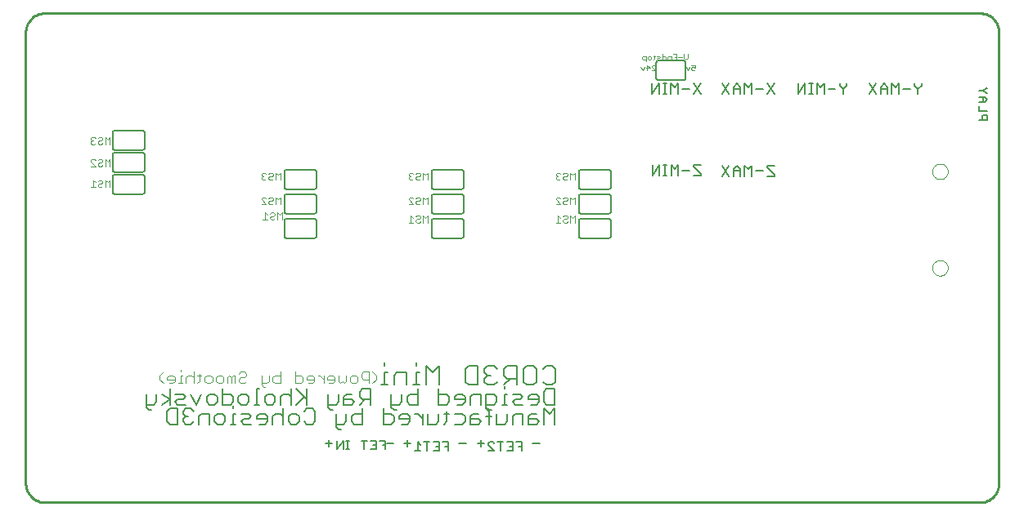
<source format=gbo>
G75*
G70*
%OFA0B0*%
%FSLAX24Y24*%
%IPPOS*%
%LPD*%
%AMOC8*
5,1,8,0,0,1.08239X$1,22.5*
%
%ADD10C,0.0100*%
%ADD11C,0.0070*%
%ADD12C,0.0020*%
%ADD13C,0.0050*%
%ADD14C,0.0040*%
%ADD15C,0.0060*%
%ADD16C,0.0000*%
D10*
X002785Y001429D02*
X002785Y019835D01*
X002787Y019889D01*
X002792Y019942D01*
X002801Y019995D01*
X002814Y020047D01*
X002830Y020099D01*
X002850Y020149D01*
X002873Y020197D01*
X002900Y020244D01*
X002929Y020289D01*
X002962Y020332D01*
X002997Y020372D01*
X003035Y020410D01*
X003075Y020445D01*
X003118Y020478D01*
X003163Y020507D01*
X003210Y020534D01*
X003258Y020557D01*
X003308Y020577D01*
X003360Y020593D01*
X003412Y020606D01*
X003465Y020615D01*
X003518Y020620D01*
X003572Y020622D01*
X041663Y020622D01*
X041717Y020620D01*
X041770Y020615D01*
X041823Y020606D01*
X041875Y020593D01*
X041927Y020577D01*
X041977Y020557D01*
X042025Y020534D01*
X042072Y020507D01*
X042117Y020478D01*
X042160Y020445D01*
X042200Y020410D01*
X042238Y020372D01*
X042273Y020332D01*
X042306Y020289D01*
X042335Y020244D01*
X042362Y020197D01*
X042385Y020149D01*
X042405Y020099D01*
X042421Y020047D01*
X042434Y019995D01*
X042443Y019942D01*
X042448Y019889D01*
X042450Y019835D01*
X042450Y001429D01*
X042448Y001375D01*
X042443Y001322D01*
X042434Y001269D01*
X042421Y001217D01*
X042405Y001165D01*
X042385Y001115D01*
X042362Y001067D01*
X042335Y001020D01*
X042306Y000975D01*
X042273Y000932D01*
X042238Y000892D01*
X042200Y000854D01*
X042160Y000819D01*
X042117Y000786D01*
X042072Y000757D01*
X042025Y000730D01*
X041977Y000707D01*
X041927Y000687D01*
X041875Y000671D01*
X041823Y000658D01*
X041770Y000649D01*
X041717Y000644D01*
X041663Y000642D01*
X003572Y000642D01*
X003518Y000644D01*
X003465Y000649D01*
X003412Y000658D01*
X003360Y000671D01*
X003308Y000687D01*
X003258Y000707D01*
X003210Y000730D01*
X003163Y000757D01*
X003118Y000786D01*
X003075Y000819D01*
X003035Y000854D01*
X002997Y000892D01*
X002962Y000932D01*
X002929Y000975D01*
X002900Y001020D01*
X002873Y001067D01*
X002850Y001115D01*
X002830Y001165D01*
X002814Y001217D01*
X002801Y001269D01*
X002792Y001322D01*
X002787Y001375D01*
X002785Y001429D01*
D11*
X014996Y003062D02*
X015283Y003062D01*
X015139Y002919D02*
X015139Y003206D01*
X017496Y003062D02*
X017783Y003062D01*
X018196Y003062D02*
X018483Y003062D01*
X018339Y002919D02*
X018339Y003206D01*
X020446Y003062D02*
X020733Y003062D01*
X021196Y003062D02*
X021483Y003062D01*
X021339Y002919D02*
X021339Y003206D01*
X023446Y003062D02*
X023733Y003062D01*
X023993Y005441D02*
X023862Y005573D01*
X023993Y005441D02*
X024257Y005441D01*
X024389Y005573D01*
X024389Y006100D01*
X024257Y006232D01*
X023993Y006232D01*
X023862Y006100D01*
X023597Y006100D02*
X023597Y005573D01*
X023465Y005441D01*
X023202Y005441D01*
X023070Y005573D01*
X023070Y006100D01*
X023202Y006232D01*
X023465Y006232D01*
X023597Y006100D01*
X022805Y006232D02*
X022410Y006232D01*
X022278Y006100D01*
X022278Y005836D01*
X022410Y005705D01*
X022805Y005705D01*
X022541Y005705D02*
X022278Y005441D01*
X022013Y005573D02*
X021881Y005441D01*
X021618Y005441D01*
X021486Y005573D01*
X021486Y005705D01*
X021618Y005836D01*
X021750Y005836D01*
X021618Y005836D02*
X021486Y005968D01*
X021486Y006100D01*
X021618Y006232D01*
X021881Y006232D01*
X022013Y006100D01*
X021221Y006232D02*
X020826Y006232D01*
X020694Y006100D01*
X020694Y005573D01*
X020826Y005441D01*
X021221Y005441D01*
X021221Y006232D01*
X019637Y006232D02*
X019374Y005968D01*
X019110Y006232D01*
X019110Y005441D01*
X018846Y005441D02*
X018582Y005441D01*
X018714Y005441D02*
X018714Y005968D01*
X018846Y005968D01*
X018714Y006232D02*
X018714Y006364D01*
X018318Y005968D02*
X017922Y005968D01*
X017791Y005836D01*
X017791Y005441D01*
X017526Y005441D02*
X017262Y005441D01*
X017394Y005441D02*
X017394Y005968D01*
X017526Y005968D01*
X017394Y006232D02*
X017394Y006364D01*
X018318Y005968D02*
X018318Y005441D01*
X019637Y005441D02*
X019637Y006232D01*
X022805Y006232D02*
X022805Y005441D01*
X028329Y013982D02*
X028329Y014412D01*
X028616Y014412D02*
X028329Y013982D01*
X028616Y013982D02*
X028616Y014412D01*
X028779Y014412D02*
X028923Y014412D01*
X028851Y014412D02*
X028851Y013982D01*
X028923Y013982D02*
X028779Y013982D01*
X029096Y013982D02*
X029096Y014412D01*
X029240Y014269D01*
X029383Y014412D01*
X029383Y013982D01*
X029557Y014197D02*
X029844Y014197D01*
X030017Y014340D02*
X030304Y014054D01*
X030304Y013982D01*
X030017Y013982D01*
X030017Y014340D02*
X030017Y014412D01*
X030304Y014412D01*
X031167Y014393D02*
X031453Y013963D01*
X031627Y013963D02*
X031627Y014250D01*
X031770Y014393D01*
X031914Y014250D01*
X031914Y013963D01*
X032087Y013963D02*
X032087Y014393D01*
X032231Y014250D01*
X032374Y014393D01*
X032374Y013963D01*
X032548Y014178D02*
X032835Y014178D01*
X033008Y014322D02*
X033295Y014035D01*
X033295Y013963D01*
X033008Y013963D01*
X033008Y014322D02*
X033008Y014393D01*
X033295Y014393D01*
X031914Y014178D02*
X031627Y014178D01*
X031453Y014393D02*
X031167Y013963D01*
X031167Y017313D02*
X031453Y017743D01*
X031627Y017600D02*
X031627Y017313D01*
X031453Y017313D02*
X031167Y017743D01*
X031627Y017600D02*
X031770Y017743D01*
X031914Y017600D01*
X031914Y017313D01*
X032087Y017313D02*
X032087Y017743D01*
X032231Y017600D01*
X032374Y017743D01*
X032374Y017313D01*
X032548Y017528D02*
X032835Y017528D01*
X033008Y017313D02*
X033295Y017743D01*
X033008Y017743D02*
X033295Y017313D01*
X034270Y017313D02*
X034270Y017743D01*
X034557Y017743D02*
X034270Y017313D01*
X034557Y017313D02*
X034557Y017743D01*
X034720Y017743D02*
X034864Y017743D01*
X034792Y017743D02*
X034792Y017313D01*
X034864Y017313D02*
X034720Y017313D01*
X035037Y017313D02*
X035037Y017743D01*
X035181Y017600D01*
X035324Y017743D01*
X035324Y017313D01*
X035498Y017528D02*
X035785Y017528D01*
X035958Y017672D02*
X036102Y017528D01*
X036102Y017313D01*
X036102Y017528D02*
X036245Y017672D01*
X036245Y017743D01*
X035958Y017743D02*
X035958Y017672D01*
X037167Y017743D02*
X037453Y017313D01*
X037627Y017313D02*
X037627Y017600D01*
X037770Y017743D01*
X037914Y017600D01*
X037914Y017313D01*
X038087Y017313D02*
X038087Y017743D01*
X038231Y017600D01*
X038374Y017743D01*
X038374Y017313D01*
X038548Y017528D02*
X038835Y017528D01*
X039008Y017672D02*
X039008Y017743D01*
X039008Y017672D02*
X039152Y017528D01*
X039152Y017313D01*
X039152Y017528D02*
X039295Y017672D01*
X039295Y017743D01*
X037914Y017528D02*
X037627Y017528D01*
X037453Y017743D02*
X037167Y017313D01*
X041656Y017202D02*
X041877Y017202D01*
X041987Y017092D01*
X041877Y016982D01*
X041656Y016982D01*
X041656Y016834D02*
X041656Y016613D01*
X041987Y016613D01*
X041932Y016465D02*
X041821Y016465D01*
X041766Y016410D01*
X041766Y016245D01*
X041656Y016245D02*
X041987Y016245D01*
X041987Y016410D01*
X041932Y016465D01*
X041821Y016982D02*
X041821Y017202D01*
X041932Y017350D02*
X041821Y017460D01*
X041656Y017460D01*
X041821Y017460D02*
X041932Y017570D01*
X041987Y017570D01*
X041987Y017350D02*
X041932Y017350D01*
X031914Y017528D02*
X031627Y017528D01*
X030295Y017313D02*
X030008Y017743D01*
X029835Y017528D02*
X029548Y017528D01*
X029374Y017313D02*
X029374Y017743D01*
X029231Y017600D01*
X029087Y017743D01*
X029087Y017313D01*
X028914Y017313D02*
X028770Y017313D01*
X028842Y017313D02*
X028842Y017743D01*
X028914Y017743D02*
X028770Y017743D01*
X028607Y017743D02*
X028320Y017313D01*
X028320Y017743D01*
X028607Y017743D02*
X028607Y017313D01*
X030008Y017313D02*
X030295Y017743D01*
D12*
X030033Y018285D02*
X030070Y018321D01*
X030033Y018285D02*
X029960Y018285D01*
X029923Y018321D01*
X029923Y018395D01*
X029960Y018432D01*
X029997Y018432D01*
X030070Y018395D01*
X030070Y018505D01*
X029923Y018505D01*
X029849Y018432D02*
X029776Y018285D01*
X029702Y018432D01*
X029684Y018722D02*
X029611Y018796D01*
X029611Y018942D01*
X029537Y018832D02*
X029390Y018832D01*
X029316Y018832D02*
X029242Y018832D01*
X029316Y018722D02*
X029169Y018722D01*
X029095Y018722D02*
X029095Y018869D01*
X028984Y018869D01*
X028948Y018832D01*
X028948Y018722D01*
X028874Y018759D02*
X028874Y018832D01*
X028837Y018869D01*
X028727Y018869D01*
X028727Y018942D02*
X028727Y018722D01*
X028837Y018722D01*
X028874Y018759D01*
X028653Y018722D02*
X028542Y018722D01*
X028506Y018759D01*
X028542Y018796D01*
X028616Y018796D01*
X028653Y018832D01*
X028616Y018869D01*
X028506Y018869D01*
X028432Y018869D02*
X028358Y018869D01*
X028395Y018906D02*
X028395Y018759D01*
X028358Y018722D01*
X028284Y018759D02*
X028248Y018722D01*
X028174Y018722D01*
X028137Y018759D01*
X028137Y018832D01*
X028174Y018869D01*
X028248Y018869D01*
X028284Y018832D01*
X028284Y018759D01*
X028063Y018722D02*
X027953Y018722D01*
X027916Y018759D01*
X027916Y018832D01*
X027953Y018869D01*
X028063Y018869D01*
X028063Y018649D01*
X028114Y018505D02*
X028224Y018395D01*
X028077Y018395D01*
X028003Y018432D02*
X027930Y018285D01*
X027856Y018432D01*
X028114Y018505D02*
X028114Y018285D01*
X028298Y018285D02*
X028445Y018285D01*
X028298Y018432D01*
X028298Y018468D01*
X028335Y018505D01*
X028408Y018505D01*
X028445Y018468D01*
X029316Y018722D02*
X029316Y018942D01*
X029169Y018942D01*
X029684Y018722D02*
X029758Y018796D01*
X029758Y018942D01*
D13*
X017443Y003163D02*
X017209Y003163D01*
X017074Y003163D02*
X017074Y002812D01*
X016841Y002812D01*
X016957Y002987D02*
X017074Y002987D01*
X017074Y003163D02*
X016841Y003163D01*
X016706Y003163D02*
X016472Y003163D01*
X016589Y003163D02*
X016589Y002812D01*
X015969Y002812D02*
X015852Y002812D01*
X015911Y002812D02*
X015911Y003163D01*
X015969Y003163D02*
X015852Y003163D01*
X015724Y003163D02*
X015490Y002812D01*
X015490Y003163D01*
X015724Y003163D02*
X015724Y002812D01*
X017326Y002987D02*
X017443Y002987D01*
X017443Y002812D02*
X017443Y003163D01*
X018654Y002762D02*
X018888Y002762D01*
X018771Y002762D02*
X018771Y003113D01*
X018888Y002996D01*
X019022Y003113D02*
X019256Y003113D01*
X019139Y003113D02*
X019139Y002762D01*
X019391Y002762D02*
X019624Y002762D01*
X019624Y003113D01*
X019391Y003113D01*
X019507Y002937D02*
X019624Y002937D01*
X019759Y003113D02*
X019993Y003113D01*
X019993Y002762D01*
X019993Y002937D02*
X019876Y002937D01*
X021654Y002996D02*
X021654Y003054D01*
X021712Y003113D01*
X021829Y003113D01*
X021888Y003054D01*
X022022Y003113D02*
X022256Y003113D01*
X022139Y003113D02*
X022139Y002762D01*
X021888Y002762D02*
X021654Y002996D01*
X021654Y002762D02*
X021888Y002762D01*
X022391Y002762D02*
X022624Y002762D01*
X022624Y003113D01*
X022391Y003113D01*
X022507Y002937D02*
X022624Y002937D01*
X022759Y003113D02*
X022993Y003113D01*
X022993Y002762D01*
X022993Y002937D02*
X022876Y002937D01*
D14*
X017073Y005673D02*
X017073Y005827D01*
X016919Y005980D01*
X016766Y005980D02*
X016535Y005980D01*
X016459Y005903D01*
X016459Y005750D01*
X016535Y005673D01*
X016766Y005673D01*
X016766Y005520D02*
X016766Y005980D01*
X016305Y005750D02*
X016305Y005597D01*
X016228Y005520D01*
X016075Y005520D01*
X015998Y005597D01*
X015998Y005750D01*
X016075Y005827D01*
X016228Y005827D01*
X016305Y005750D01*
X015845Y005827D02*
X015845Y005597D01*
X015768Y005520D01*
X015691Y005597D01*
X015615Y005520D01*
X015538Y005597D01*
X015538Y005827D01*
X015384Y005750D02*
X015308Y005827D01*
X015154Y005827D01*
X015077Y005750D01*
X015077Y005673D01*
X015384Y005673D01*
X015384Y005597D02*
X015384Y005750D01*
X015384Y005597D02*
X015308Y005520D01*
X015154Y005520D01*
X014924Y005520D02*
X014924Y005827D01*
X014771Y005827D02*
X014924Y005673D01*
X014771Y005827D02*
X014694Y005827D01*
X014540Y005750D02*
X014464Y005827D01*
X014310Y005827D01*
X014233Y005750D01*
X014233Y005673D01*
X014540Y005673D01*
X014540Y005597D02*
X014540Y005750D01*
X014540Y005597D02*
X014464Y005520D01*
X014310Y005520D01*
X014080Y005597D02*
X014080Y005750D01*
X014003Y005827D01*
X013773Y005827D01*
X013773Y005980D02*
X013773Y005520D01*
X014003Y005520D01*
X014080Y005597D01*
X013159Y005520D02*
X013159Y005980D01*
X013159Y005827D02*
X012929Y005827D01*
X012852Y005750D01*
X012852Y005597D01*
X012929Y005520D01*
X013159Y005520D01*
X012699Y005597D02*
X012699Y005827D01*
X012699Y005597D02*
X012622Y005520D01*
X012392Y005520D01*
X012392Y005443D02*
X012469Y005366D01*
X012545Y005366D01*
X012392Y005443D02*
X012392Y005827D01*
X011778Y005827D02*
X011778Y005903D01*
X011701Y005980D01*
X011548Y005980D01*
X011471Y005903D01*
X011548Y005750D02*
X011471Y005673D01*
X011471Y005597D01*
X011548Y005520D01*
X011701Y005520D01*
X011778Y005597D01*
X011701Y005750D02*
X011548Y005750D01*
X011701Y005750D02*
X011778Y005827D01*
X011318Y005827D02*
X011318Y005520D01*
X011164Y005520D02*
X011164Y005750D01*
X011087Y005827D01*
X011011Y005750D01*
X011011Y005520D01*
X010857Y005597D02*
X010780Y005520D01*
X010627Y005520D01*
X010550Y005597D01*
X010550Y005750D01*
X010627Y005827D01*
X010780Y005827D01*
X010857Y005750D01*
X010857Y005597D01*
X011164Y005750D02*
X011241Y005827D01*
X011318Y005827D01*
X010397Y005750D02*
X010397Y005597D01*
X010320Y005520D01*
X010167Y005520D01*
X010090Y005597D01*
X010090Y005750D01*
X010167Y005827D01*
X010320Y005827D01*
X010397Y005750D01*
X009936Y005827D02*
X009783Y005827D01*
X009860Y005903D02*
X009860Y005597D01*
X009783Y005520D01*
X009629Y005520D02*
X009629Y005980D01*
X009553Y005827D02*
X009399Y005827D01*
X009323Y005750D01*
X009323Y005520D01*
X009169Y005520D02*
X009016Y005520D01*
X009092Y005520D02*
X009092Y005827D01*
X009169Y005827D01*
X009092Y005980D02*
X009092Y006057D01*
X008785Y005827D02*
X008632Y005827D01*
X008555Y005750D01*
X008555Y005673D01*
X008862Y005673D01*
X008862Y005597D02*
X008862Y005750D01*
X008785Y005827D01*
X008862Y005597D02*
X008785Y005520D01*
X008632Y005520D01*
X008402Y005520D02*
X008248Y005673D01*
X008248Y005827D01*
X008402Y005980D01*
X009553Y005827D02*
X009629Y005750D01*
X016919Y005520D02*
X017073Y005673D01*
X018392Y012073D02*
X018578Y012073D01*
X018485Y012073D02*
X018485Y012353D01*
X018578Y012260D01*
X018686Y012307D02*
X018733Y012353D01*
X018826Y012353D01*
X018873Y012307D01*
X018873Y012260D01*
X018826Y012213D01*
X018733Y012213D01*
X018686Y012166D01*
X018686Y012120D01*
X018733Y012073D01*
X018826Y012073D01*
X018873Y012120D01*
X018981Y012073D02*
X018981Y012353D01*
X019074Y012260D01*
X019168Y012353D01*
X019168Y012073D01*
X019168Y012823D02*
X019168Y013103D01*
X019074Y013010D01*
X018981Y013103D01*
X018981Y012823D01*
X018873Y012870D02*
X018826Y012823D01*
X018733Y012823D01*
X018686Y012870D01*
X018686Y012916D01*
X018733Y012963D01*
X018826Y012963D01*
X018873Y013010D01*
X018873Y013057D01*
X018826Y013103D01*
X018733Y013103D01*
X018686Y013057D01*
X018578Y013057D02*
X018532Y013103D01*
X018438Y013103D01*
X018392Y013057D01*
X018392Y013010D01*
X018578Y012823D01*
X018392Y012823D01*
X018438Y013823D02*
X018532Y013823D01*
X018578Y013870D01*
X018686Y013870D02*
X018733Y013823D01*
X018826Y013823D01*
X018873Y013870D01*
X018826Y013963D02*
X018733Y013963D01*
X018686Y013916D01*
X018686Y013870D01*
X018826Y013963D02*
X018873Y014010D01*
X018873Y014057D01*
X018826Y014103D01*
X018733Y014103D01*
X018686Y014057D01*
X018578Y014057D02*
X018532Y014103D01*
X018438Y014103D01*
X018392Y014057D01*
X018392Y014010D01*
X018438Y013963D01*
X018392Y013916D01*
X018392Y013870D01*
X018438Y013823D01*
X018438Y013963D02*
X018485Y013963D01*
X018981Y014103D02*
X018981Y013823D01*
X019168Y013823D02*
X019168Y014103D01*
X019074Y014010D01*
X018981Y014103D01*
X024392Y014057D02*
X024392Y014010D01*
X024438Y013963D01*
X024392Y013916D01*
X024392Y013870D01*
X024438Y013823D01*
X024532Y013823D01*
X024578Y013870D01*
X024686Y013870D02*
X024686Y013916D01*
X024733Y013963D01*
X024826Y013963D01*
X024873Y014010D01*
X024873Y014057D01*
X024826Y014103D01*
X024733Y014103D01*
X024686Y014057D01*
X024578Y014057D02*
X024532Y014103D01*
X024438Y014103D01*
X024392Y014057D01*
X024438Y013963D02*
X024485Y013963D01*
X024686Y013870D02*
X024733Y013823D01*
X024826Y013823D01*
X024873Y013870D01*
X024981Y013823D02*
X024981Y014103D01*
X025074Y014010D01*
X025168Y014103D01*
X025168Y013823D01*
X025168Y013103D02*
X025074Y013010D01*
X024981Y013103D01*
X024981Y012823D01*
X024873Y012870D02*
X024826Y012823D01*
X024733Y012823D01*
X024686Y012870D01*
X024686Y012916D01*
X024733Y012963D01*
X024826Y012963D01*
X024873Y013010D01*
X024873Y013057D01*
X024826Y013103D01*
X024733Y013103D01*
X024686Y013057D01*
X024578Y013057D02*
X024532Y013103D01*
X024438Y013103D01*
X024392Y013057D01*
X024392Y013010D01*
X024578Y012823D01*
X024392Y012823D01*
X024485Y012353D02*
X024485Y012073D01*
X024578Y012073D02*
X024392Y012073D01*
X024578Y012260D02*
X024485Y012353D01*
X024686Y012307D02*
X024733Y012353D01*
X024826Y012353D01*
X024873Y012307D01*
X024873Y012260D01*
X024826Y012213D01*
X024733Y012213D01*
X024686Y012166D01*
X024686Y012120D01*
X024733Y012073D01*
X024826Y012073D01*
X024873Y012120D01*
X024981Y012073D02*
X024981Y012353D01*
X025074Y012260D01*
X025168Y012353D01*
X025168Y012073D01*
X025168Y012823D02*
X025168Y013103D01*
X013230Y012478D02*
X013137Y012385D01*
X013043Y012478D01*
X013043Y012198D01*
X012936Y012245D02*
X012889Y012198D01*
X012795Y012198D01*
X012749Y012245D01*
X012749Y012291D01*
X012795Y012338D01*
X012889Y012338D01*
X012936Y012385D01*
X012936Y012432D01*
X012889Y012478D01*
X012795Y012478D01*
X012749Y012432D01*
X012641Y012385D02*
X012547Y012478D01*
X012547Y012198D01*
X012454Y012198D02*
X012641Y012198D01*
X013230Y012198D02*
X013230Y012478D01*
X013168Y012823D02*
X013168Y013103D01*
X013074Y013010D01*
X012981Y013103D01*
X012981Y012823D01*
X012873Y012870D02*
X012826Y012823D01*
X012733Y012823D01*
X012686Y012870D01*
X012686Y012916D01*
X012733Y012963D01*
X012826Y012963D01*
X012873Y013010D01*
X012873Y013057D01*
X012826Y013103D01*
X012733Y013103D01*
X012686Y013057D01*
X012578Y013057D02*
X012532Y013103D01*
X012438Y013103D01*
X012392Y013057D01*
X012392Y013010D01*
X012578Y012823D01*
X012392Y012823D01*
X012438Y013823D02*
X012532Y013823D01*
X012578Y013870D01*
X012686Y013870D02*
X012733Y013823D01*
X012826Y013823D01*
X012873Y013870D01*
X012826Y013963D02*
X012733Y013963D01*
X012686Y013916D01*
X012686Y013870D01*
X012826Y013963D02*
X012873Y014010D01*
X012873Y014057D01*
X012826Y014103D01*
X012733Y014103D01*
X012686Y014057D01*
X012578Y014057D02*
X012532Y014103D01*
X012438Y014103D01*
X012392Y014057D01*
X012392Y014010D01*
X012438Y013963D01*
X012392Y013916D01*
X012392Y013870D01*
X012438Y013823D01*
X012438Y013963D02*
X012485Y013963D01*
X012981Y014103D02*
X012981Y013823D01*
X013168Y013823D02*
X013168Y014103D01*
X013074Y014010D01*
X012981Y014103D01*
X006218Y014373D02*
X006218Y014653D01*
X006124Y014560D01*
X006031Y014653D01*
X006031Y014373D01*
X005923Y014420D02*
X005876Y014373D01*
X005783Y014373D01*
X005736Y014420D01*
X005736Y014466D01*
X005783Y014513D01*
X005876Y014513D01*
X005923Y014560D01*
X005923Y014607D01*
X005876Y014653D01*
X005783Y014653D01*
X005736Y014607D01*
X005628Y014607D02*
X005582Y014653D01*
X005488Y014653D01*
X005442Y014607D01*
X005442Y014560D01*
X005628Y014373D01*
X005442Y014373D01*
X005535Y013803D02*
X005535Y013523D01*
X005628Y013523D02*
X005442Y013523D01*
X005628Y013710D02*
X005535Y013803D01*
X005736Y013757D02*
X005783Y013803D01*
X005876Y013803D01*
X005923Y013757D01*
X005923Y013710D01*
X005876Y013663D01*
X005783Y013663D01*
X005736Y013616D01*
X005736Y013570D01*
X005783Y013523D01*
X005876Y013523D01*
X005923Y013570D01*
X006031Y013523D02*
X006031Y013803D01*
X006124Y013710D01*
X006218Y013803D01*
X006218Y013523D01*
X006218Y015273D02*
X006218Y015553D01*
X006124Y015460D01*
X006031Y015553D01*
X006031Y015273D01*
X005923Y015320D02*
X005876Y015273D01*
X005783Y015273D01*
X005736Y015320D01*
X005736Y015366D01*
X005783Y015413D01*
X005876Y015413D01*
X005923Y015460D01*
X005923Y015507D01*
X005876Y015553D01*
X005783Y015553D01*
X005736Y015507D01*
X005628Y015507D02*
X005582Y015553D01*
X005488Y015553D01*
X005442Y015507D01*
X005442Y015460D01*
X005488Y015413D01*
X005442Y015366D01*
X005442Y015320D01*
X005488Y015273D01*
X005582Y015273D01*
X005628Y015320D01*
X005535Y015413D02*
X005488Y015413D01*
D15*
X006330Y015137D02*
X006330Y015737D01*
X006332Y015754D01*
X006336Y015771D01*
X006343Y015787D01*
X006353Y015801D01*
X006366Y015814D01*
X006380Y015824D01*
X006396Y015831D01*
X006413Y015835D01*
X006430Y015837D01*
X007530Y015837D01*
X007547Y015835D01*
X007564Y015831D01*
X007580Y015824D01*
X007594Y015814D01*
X007607Y015801D01*
X007617Y015787D01*
X007624Y015771D01*
X007628Y015754D01*
X007630Y015737D01*
X007630Y015137D01*
X007628Y015120D01*
X007624Y015103D01*
X007617Y015087D01*
X007607Y015073D01*
X007594Y015060D01*
X007580Y015050D01*
X007564Y015043D01*
X007547Y015039D01*
X007530Y015037D01*
X006430Y015037D01*
X006430Y014937D02*
X007530Y014937D01*
X007547Y014935D01*
X007564Y014931D01*
X007580Y014924D01*
X007594Y014914D01*
X007607Y014901D01*
X007617Y014887D01*
X007624Y014871D01*
X007628Y014854D01*
X007630Y014837D01*
X007630Y014237D01*
X007628Y014220D01*
X007624Y014203D01*
X007617Y014187D01*
X007607Y014173D01*
X007594Y014160D01*
X007580Y014150D01*
X007564Y014143D01*
X007547Y014139D01*
X007530Y014137D01*
X006430Y014137D01*
X006430Y014037D02*
X007530Y014037D01*
X007547Y014035D01*
X007564Y014031D01*
X007580Y014024D01*
X007594Y014014D01*
X007607Y014001D01*
X007617Y013987D01*
X007624Y013971D01*
X007628Y013954D01*
X007630Y013937D01*
X007630Y013337D01*
X007628Y013320D01*
X007624Y013303D01*
X007617Y013287D01*
X007607Y013273D01*
X007594Y013260D01*
X007580Y013250D01*
X007564Y013243D01*
X007547Y013239D01*
X007530Y013237D01*
X006430Y013237D01*
X006413Y013239D01*
X006396Y013243D01*
X006380Y013250D01*
X006366Y013260D01*
X006353Y013273D01*
X006343Y013287D01*
X006336Y013303D01*
X006332Y013320D01*
X006330Y013337D01*
X006330Y013937D01*
X006332Y013954D01*
X006336Y013971D01*
X006343Y013987D01*
X006353Y014001D01*
X006366Y014014D01*
X006380Y014024D01*
X006396Y014031D01*
X006413Y014035D01*
X006430Y014037D01*
X006430Y014137D02*
X006413Y014139D01*
X006396Y014143D01*
X006380Y014150D01*
X006366Y014160D01*
X006353Y014173D01*
X006343Y014187D01*
X006336Y014203D01*
X006332Y014220D01*
X006330Y014237D01*
X006330Y014837D01*
X006332Y014854D01*
X006336Y014871D01*
X006343Y014887D01*
X006353Y014901D01*
X006366Y014914D01*
X006380Y014924D01*
X006396Y014931D01*
X006413Y014935D01*
X006430Y014937D01*
X006430Y015037D02*
X006413Y015039D01*
X006396Y015043D01*
X006380Y015050D01*
X006366Y015060D01*
X006353Y015073D01*
X006343Y015087D01*
X006336Y015103D01*
X006332Y015120D01*
X006330Y015137D01*
X013330Y014137D02*
X013330Y013537D01*
X013332Y013520D01*
X013336Y013503D01*
X013343Y013487D01*
X013353Y013473D01*
X013366Y013460D01*
X013380Y013450D01*
X013396Y013443D01*
X013413Y013439D01*
X013430Y013437D01*
X014530Y013437D01*
X014547Y013439D01*
X014564Y013443D01*
X014580Y013450D01*
X014594Y013460D01*
X014607Y013473D01*
X014617Y013487D01*
X014624Y013503D01*
X014628Y013520D01*
X014630Y013537D01*
X014630Y014137D01*
X014628Y014154D01*
X014624Y014171D01*
X014617Y014187D01*
X014607Y014201D01*
X014594Y014214D01*
X014580Y014224D01*
X014564Y014231D01*
X014547Y014235D01*
X014530Y014237D01*
X013430Y014237D01*
X013413Y014235D01*
X013396Y014231D01*
X013380Y014224D01*
X013366Y014214D01*
X013353Y014201D01*
X013343Y014187D01*
X013336Y014171D01*
X013332Y014154D01*
X013330Y014137D01*
X013430Y013237D02*
X014530Y013237D01*
X014547Y013235D01*
X014564Y013231D01*
X014580Y013224D01*
X014594Y013214D01*
X014607Y013201D01*
X014617Y013187D01*
X014624Y013171D01*
X014628Y013154D01*
X014630Y013137D01*
X014630Y012537D01*
X014628Y012520D01*
X014624Y012503D01*
X014617Y012487D01*
X014607Y012473D01*
X014594Y012460D01*
X014580Y012450D01*
X014564Y012443D01*
X014547Y012439D01*
X014530Y012437D01*
X013430Y012437D01*
X013413Y012439D01*
X013396Y012443D01*
X013380Y012450D01*
X013366Y012460D01*
X013353Y012473D01*
X013343Y012487D01*
X013336Y012503D01*
X013332Y012520D01*
X013330Y012537D01*
X013330Y013137D01*
X013332Y013154D01*
X013336Y013171D01*
X013343Y013187D01*
X013353Y013201D01*
X013366Y013214D01*
X013380Y013224D01*
X013396Y013231D01*
X013413Y013235D01*
X013430Y013237D01*
X013430Y012237D02*
X014530Y012237D01*
X014547Y012235D01*
X014564Y012231D01*
X014580Y012224D01*
X014594Y012214D01*
X014607Y012201D01*
X014617Y012187D01*
X014624Y012171D01*
X014628Y012154D01*
X014630Y012137D01*
X014630Y011537D01*
X014628Y011520D01*
X014624Y011503D01*
X014617Y011487D01*
X014607Y011473D01*
X014594Y011460D01*
X014580Y011450D01*
X014564Y011443D01*
X014547Y011439D01*
X014530Y011437D01*
X013430Y011437D01*
X013413Y011439D01*
X013396Y011443D01*
X013380Y011450D01*
X013366Y011460D01*
X013353Y011473D01*
X013343Y011487D01*
X013336Y011503D01*
X013332Y011520D01*
X013330Y011537D01*
X013330Y012137D01*
X013332Y012154D01*
X013336Y012171D01*
X013343Y012187D01*
X013353Y012201D01*
X013366Y012214D01*
X013380Y012224D01*
X013396Y012231D01*
X013413Y012235D01*
X013430Y012237D01*
X019330Y012137D02*
X019330Y011537D01*
X019332Y011520D01*
X019336Y011503D01*
X019343Y011487D01*
X019353Y011473D01*
X019366Y011460D01*
X019380Y011450D01*
X019396Y011443D01*
X019413Y011439D01*
X019430Y011437D01*
X020530Y011437D01*
X020547Y011439D01*
X020564Y011443D01*
X020580Y011450D01*
X020594Y011460D01*
X020607Y011473D01*
X020617Y011487D01*
X020624Y011503D01*
X020628Y011520D01*
X020630Y011537D01*
X020630Y012137D01*
X020628Y012154D01*
X020624Y012171D01*
X020617Y012187D01*
X020607Y012201D01*
X020594Y012214D01*
X020580Y012224D01*
X020564Y012231D01*
X020547Y012235D01*
X020530Y012237D01*
X019430Y012237D01*
X019413Y012235D01*
X019396Y012231D01*
X019380Y012224D01*
X019366Y012214D01*
X019353Y012201D01*
X019343Y012187D01*
X019336Y012171D01*
X019332Y012154D01*
X019330Y012137D01*
X019430Y012437D02*
X020530Y012437D01*
X020547Y012439D01*
X020564Y012443D01*
X020580Y012450D01*
X020594Y012460D01*
X020607Y012473D01*
X020617Y012487D01*
X020624Y012503D01*
X020628Y012520D01*
X020630Y012537D01*
X020630Y013137D01*
X020628Y013154D01*
X020624Y013171D01*
X020617Y013187D01*
X020607Y013201D01*
X020594Y013214D01*
X020580Y013224D01*
X020564Y013231D01*
X020547Y013235D01*
X020530Y013237D01*
X019430Y013237D01*
X019413Y013235D01*
X019396Y013231D01*
X019380Y013224D01*
X019366Y013214D01*
X019353Y013201D01*
X019343Y013187D01*
X019336Y013171D01*
X019332Y013154D01*
X019330Y013137D01*
X019330Y012537D01*
X019332Y012520D01*
X019336Y012503D01*
X019343Y012487D01*
X019353Y012473D01*
X019366Y012460D01*
X019380Y012450D01*
X019396Y012443D01*
X019413Y012439D01*
X019430Y012437D01*
X019430Y013437D02*
X020530Y013437D01*
X020547Y013439D01*
X020564Y013443D01*
X020580Y013450D01*
X020594Y013460D01*
X020607Y013473D01*
X020617Y013487D01*
X020624Y013503D01*
X020628Y013520D01*
X020630Y013537D01*
X020630Y014137D01*
X020628Y014154D01*
X020624Y014171D01*
X020617Y014187D01*
X020607Y014201D01*
X020594Y014214D01*
X020580Y014224D01*
X020564Y014231D01*
X020547Y014235D01*
X020530Y014237D01*
X019430Y014237D01*
X019413Y014235D01*
X019396Y014231D01*
X019380Y014224D01*
X019366Y014214D01*
X019353Y014201D01*
X019343Y014187D01*
X019336Y014171D01*
X019332Y014154D01*
X019330Y014137D01*
X019330Y013537D01*
X019332Y013520D01*
X019336Y013503D01*
X019343Y013487D01*
X019353Y013473D01*
X019366Y013460D01*
X019380Y013450D01*
X019396Y013443D01*
X019413Y013439D01*
X019430Y013437D01*
X025330Y013537D02*
X025330Y014137D01*
X025332Y014154D01*
X025336Y014171D01*
X025343Y014187D01*
X025353Y014201D01*
X025366Y014214D01*
X025380Y014224D01*
X025396Y014231D01*
X025413Y014235D01*
X025430Y014237D01*
X026530Y014237D01*
X026547Y014235D01*
X026564Y014231D01*
X026580Y014224D01*
X026594Y014214D01*
X026607Y014201D01*
X026617Y014187D01*
X026624Y014171D01*
X026628Y014154D01*
X026630Y014137D01*
X026630Y013537D01*
X026628Y013520D01*
X026624Y013503D01*
X026617Y013487D01*
X026607Y013473D01*
X026594Y013460D01*
X026580Y013450D01*
X026564Y013443D01*
X026547Y013439D01*
X026530Y013437D01*
X025430Y013437D01*
X025413Y013439D01*
X025396Y013443D01*
X025380Y013450D01*
X025366Y013460D01*
X025353Y013473D01*
X025343Y013487D01*
X025336Y013503D01*
X025332Y013520D01*
X025330Y013537D01*
X025430Y013237D02*
X026530Y013237D01*
X026547Y013235D01*
X026564Y013231D01*
X026580Y013224D01*
X026594Y013214D01*
X026607Y013201D01*
X026617Y013187D01*
X026624Y013171D01*
X026628Y013154D01*
X026630Y013137D01*
X026630Y012537D01*
X026628Y012520D01*
X026624Y012503D01*
X026617Y012487D01*
X026607Y012473D01*
X026594Y012460D01*
X026580Y012450D01*
X026564Y012443D01*
X026547Y012439D01*
X026530Y012437D01*
X025430Y012437D01*
X025413Y012439D01*
X025396Y012443D01*
X025380Y012450D01*
X025366Y012460D01*
X025353Y012473D01*
X025343Y012487D01*
X025336Y012503D01*
X025332Y012520D01*
X025330Y012537D01*
X025330Y013137D01*
X025332Y013154D01*
X025336Y013171D01*
X025343Y013187D01*
X025353Y013201D01*
X025366Y013214D01*
X025380Y013224D01*
X025396Y013231D01*
X025413Y013235D01*
X025430Y013237D01*
X025430Y012237D02*
X026530Y012237D01*
X026547Y012235D01*
X026564Y012231D01*
X026580Y012224D01*
X026594Y012214D01*
X026607Y012201D01*
X026617Y012187D01*
X026624Y012171D01*
X026628Y012154D01*
X026630Y012137D01*
X026630Y011537D01*
X026628Y011520D01*
X026624Y011503D01*
X026617Y011487D01*
X026607Y011473D01*
X026594Y011460D01*
X026580Y011450D01*
X026564Y011443D01*
X026547Y011439D01*
X026530Y011437D01*
X025430Y011437D01*
X025413Y011439D01*
X025396Y011443D01*
X025380Y011450D01*
X025366Y011460D01*
X025353Y011473D01*
X025343Y011487D01*
X025336Y011503D01*
X025332Y011520D01*
X025330Y011537D01*
X025330Y012137D01*
X025332Y012154D01*
X025336Y012171D01*
X025343Y012187D01*
X025353Y012201D01*
X025366Y012214D01*
X025380Y012224D01*
X025396Y012231D01*
X025413Y012235D01*
X025430Y012237D01*
X028580Y017887D02*
X029580Y017887D01*
X029597Y017889D01*
X029614Y017893D01*
X029630Y017900D01*
X029644Y017910D01*
X029657Y017923D01*
X029667Y017937D01*
X029674Y017953D01*
X029678Y017970D01*
X029680Y017987D01*
X029680Y018587D01*
X029678Y018604D01*
X029674Y018621D01*
X029667Y018637D01*
X029657Y018651D01*
X029644Y018664D01*
X029630Y018674D01*
X029614Y018681D01*
X029597Y018685D01*
X029580Y018687D01*
X028580Y018687D01*
X028563Y018685D01*
X028546Y018681D01*
X028530Y018674D01*
X028516Y018664D01*
X028503Y018651D01*
X028493Y018637D01*
X028486Y018621D01*
X028482Y018604D01*
X028480Y018587D01*
X028480Y017987D01*
X028482Y017970D01*
X028486Y017953D01*
X028493Y017937D01*
X028503Y017923D01*
X028516Y017910D01*
X028530Y017900D01*
X028546Y017893D01*
X028563Y017889D01*
X028580Y017887D01*
X024344Y005277D02*
X024023Y005277D01*
X023917Y005170D01*
X023917Y004743D01*
X024023Y004636D01*
X024344Y004636D01*
X024344Y005277D01*
X023699Y004956D02*
X023592Y005063D01*
X023379Y005063D01*
X023272Y004956D01*
X023272Y004850D01*
X023699Y004850D01*
X023699Y004956D02*
X023699Y004743D01*
X023592Y004636D01*
X023379Y004636D01*
X023055Y004636D02*
X022734Y004636D01*
X022628Y004743D01*
X022734Y004850D01*
X022948Y004850D01*
X023055Y004956D01*
X022948Y005063D01*
X022628Y005063D01*
X022410Y005063D02*
X022303Y005063D01*
X022303Y004636D01*
X022197Y004636D02*
X022410Y004636D01*
X021980Y004743D02*
X021980Y004956D01*
X021874Y005063D01*
X021553Y005063D01*
X021553Y004529D01*
X021660Y004423D01*
X021767Y004423D01*
X021659Y004370D02*
X021552Y004477D01*
X021659Y004370D02*
X021659Y003836D01*
X021983Y003836D02*
X021983Y004263D01*
X021766Y004156D02*
X021552Y004156D01*
X021336Y003943D02*
X021229Y004050D01*
X020909Y004050D01*
X020909Y004156D02*
X020909Y003836D01*
X021229Y003836D01*
X021336Y003943D01*
X021016Y004263D02*
X020909Y004156D01*
X021016Y004263D02*
X021229Y004263D01*
X020691Y004156D02*
X020691Y003943D01*
X020585Y003836D01*
X020264Y003836D01*
X019940Y003943D02*
X019833Y003836D01*
X019940Y003943D02*
X019940Y004370D01*
X020047Y004263D02*
X019833Y004263D01*
X019617Y004263D02*
X019617Y003943D01*
X019510Y003836D01*
X019190Y003836D01*
X019190Y004263D01*
X018973Y004263D02*
X018973Y003836D01*
X018973Y004050D02*
X018759Y004263D01*
X018652Y004263D01*
X018435Y004156D02*
X018329Y004263D01*
X018115Y004263D01*
X018008Y004156D01*
X018008Y004050D01*
X018435Y004050D01*
X018435Y004156D02*
X018435Y003943D01*
X018329Y003836D01*
X018115Y003836D01*
X017791Y003943D02*
X017791Y004156D01*
X017684Y004263D01*
X017364Y004263D01*
X017364Y004477D02*
X017364Y003836D01*
X017684Y003836D01*
X017791Y003943D01*
X017793Y004423D02*
X017900Y004423D01*
X017793Y004423D02*
X017686Y004529D01*
X017686Y005063D01*
X018113Y005063D02*
X018113Y004743D01*
X018006Y004636D01*
X017686Y004636D01*
X018331Y004743D02*
X018331Y004956D01*
X018437Y005063D01*
X018758Y005063D01*
X018758Y005277D02*
X018758Y004636D01*
X018437Y004636D01*
X018331Y004743D01*
X019620Y004636D02*
X019620Y005277D01*
X019620Y005063D02*
X019940Y005063D01*
X020047Y004956D01*
X020047Y004743D01*
X019940Y004636D01*
X019620Y004636D01*
X020264Y004850D02*
X020691Y004850D01*
X020691Y004956D02*
X020585Y005063D01*
X020371Y005063D01*
X020264Y004956D01*
X020264Y004850D01*
X020371Y004636D02*
X020585Y004636D01*
X020691Y004743D01*
X020691Y004956D01*
X020909Y004956D02*
X020909Y004636D01*
X020909Y004956D02*
X021016Y005063D01*
X021336Y005063D01*
X021336Y004636D01*
X021553Y004636D02*
X021874Y004636D01*
X021980Y004743D01*
X022410Y004263D02*
X022410Y003943D01*
X022303Y003836D01*
X021983Y003836D01*
X022628Y003836D02*
X022628Y004156D01*
X022734Y004263D01*
X023055Y004263D01*
X023055Y003836D01*
X023272Y003836D02*
X023272Y004156D01*
X023379Y004263D01*
X023592Y004263D01*
X023592Y004050D02*
X023272Y004050D01*
X023272Y003836D02*
X023592Y003836D01*
X023699Y003943D01*
X023592Y004050D01*
X023917Y003836D02*
X023917Y004477D01*
X024130Y004263D01*
X024344Y004477D01*
X024344Y003836D01*
X022303Y005277D02*
X022303Y005383D01*
X020691Y004156D02*
X020585Y004263D01*
X020264Y004263D01*
X016824Y004636D02*
X016824Y005277D01*
X016504Y005277D01*
X016397Y005170D01*
X016397Y004956D01*
X016504Y004850D01*
X016824Y004850D01*
X016610Y004850D02*
X016397Y004636D01*
X016502Y004477D02*
X016502Y003836D01*
X016181Y003836D01*
X016075Y003943D01*
X016075Y004156D01*
X016181Y004263D01*
X016502Y004263D01*
X015857Y004263D02*
X015857Y003943D01*
X015750Y003836D01*
X015430Y003836D01*
X015430Y003729D02*
X015537Y003623D01*
X015644Y003623D01*
X015430Y003729D02*
X015430Y004263D01*
X015321Y004423D02*
X015215Y004423D01*
X015108Y004529D01*
X015108Y005063D01*
X015535Y005063D02*
X015535Y004743D01*
X015428Y004636D01*
X015108Y004636D01*
X014568Y004370D02*
X014461Y004477D01*
X014248Y004477D01*
X014141Y004370D01*
X013924Y004156D02*
X013924Y003943D01*
X013817Y003836D01*
X013603Y003836D01*
X013496Y003943D01*
X013496Y004156D01*
X013603Y004263D01*
X013817Y004263D01*
X013924Y004156D01*
X014141Y003943D02*
X014248Y003836D01*
X014461Y003836D01*
X014568Y003943D01*
X014568Y004370D01*
X014246Y004636D02*
X014246Y005277D01*
X014246Y004850D02*
X013819Y005277D01*
X013601Y005277D02*
X013601Y004636D01*
X013819Y004636D02*
X014139Y004956D01*
X013601Y004956D02*
X013494Y005063D01*
X013281Y005063D01*
X013174Y004956D01*
X013174Y004636D01*
X013279Y004477D02*
X013279Y003836D01*
X013279Y004156D02*
X013172Y004263D01*
X012959Y004263D01*
X012852Y004156D01*
X012852Y003836D01*
X012634Y003943D02*
X012634Y004156D01*
X012528Y004263D01*
X012314Y004263D01*
X012207Y004156D01*
X012207Y004050D01*
X012634Y004050D01*
X012634Y003943D02*
X012528Y003836D01*
X012314Y003836D01*
X011990Y003836D02*
X011670Y003836D01*
X011563Y003943D01*
X011670Y004050D01*
X011883Y004050D01*
X011990Y004156D01*
X011883Y004263D01*
X011563Y004263D01*
X011345Y004263D02*
X011239Y004263D01*
X011239Y003836D01*
X011345Y003836D02*
X011132Y003836D01*
X010916Y003943D02*
X010809Y003836D01*
X010595Y003836D01*
X010489Y003943D01*
X010489Y004156D01*
X010595Y004263D01*
X010809Y004263D01*
X010916Y004156D01*
X010916Y003943D01*
X010271Y003836D02*
X010271Y004263D01*
X009951Y004263D01*
X009844Y004156D01*
X009844Y003836D01*
X009627Y003943D02*
X009520Y003836D01*
X009306Y003836D01*
X009200Y003943D01*
X009200Y004050D01*
X009306Y004156D01*
X009413Y004156D01*
X009306Y004156D02*
X009200Y004263D01*
X009200Y004370D01*
X009306Y004477D01*
X009520Y004477D01*
X009627Y004370D01*
X008982Y004477D02*
X008662Y004477D01*
X008555Y004370D01*
X008555Y003943D01*
X008662Y003836D01*
X008982Y003836D01*
X008982Y004477D01*
X008984Y004636D02*
X008877Y004743D01*
X008984Y004850D01*
X009198Y004850D01*
X009304Y004956D01*
X009198Y005063D01*
X008877Y005063D01*
X008660Y004850D02*
X008339Y005063D01*
X008123Y005063D02*
X008123Y004743D01*
X008016Y004636D01*
X007696Y004636D01*
X007696Y004529D02*
X007802Y004423D01*
X007909Y004423D01*
X007696Y004529D02*
X007696Y005063D01*
X008339Y004636D02*
X008660Y004850D01*
X008660Y004636D02*
X008660Y005277D01*
X009522Y005063D02*
X009735Y004636D01*
X009949Y005063D01*
X010166Y004956D02*
X010273Y005063D01*
X010487Y005063D01*
X010593Y004956D01*
X010593Y004743D01*
X010487Y004636D01*
X010273Y004636D01*
X010166Y004743D01*
X010166Y004956D01*
X009304Y004636D02*
X008984Y004636D01*
X010811Y004636D02*
X011131Y004636D01*
X011238Y004743D01*
X011238Y004956D01*
X011131Y005063D01*
X010811Y005063D01*
X010811Y005277D02*
X010811Y004636D01*
X011239Y004583D02*
X011239Y004477D01*
X011455Y004743D02*
X011455Y004956D01*
X011562Y005063D01*
X011776Y005063D01*
X011882Y004956D01*
X011882Y004743D01*
X011776Y004636D01*
X011562Y004636D01*
X011455Y004743D01*
X012099Y004636D02*
X012312Y004636D01*
X012205Y004636D02*
X012205Y005277D01*
X012312Y005277D01*
X012530Y004956D02*
X012636Y005063D01*
X012850Y005063D01*
X012957Y004956D01*
X012957Y004743D01*
X012850Y004636D01*
X012636Y004636D01*
X012530Y004743D01*
X012530Y004956D01*
X015752Y004956D02*
X015752Y004636D01*
X016073Y004636D01*
X016179Y004743D01*
X016073Y004850D01*
X015752Y004850D01*
X015752Y004956D02*
X015859Y005063D01*
X016073Y005063D01*
D16*
X039739Y010219D02*
X039741Y010254D01*
X039747Y010289D01*
X039757Y010323D01*
X039770Y010356D01*
X039787Y010387D01*
X039808Y010415D01*
X039831Y010442D01*
X039858Y010465D01*
X039886Y010486D01*
X039917Y010503D01*
X039950Y010516D01*
X039984Y010526D01*
X040019Y010532D01*
X040054Y010534D01*
X040089Y010532D01*
X040124Y010526D01*
X040158Y010516D01*
X040191Y010503D01*
X040222Y010486D01*
X040250Y010465D01*
X040277Y010442D01*
X040300Y010415D01*
X040321Y010387D01*
X040338Y010356D01*
X040351Y010323D01*
X040361Y010289D01*
X040367Y010254D01*
X040369Y010219D01*
X040367Y010184D01*
X040361Y010149D01*
X040351Y010115D01*
X040338Y010082D01*
X040321Y010051D01*
X040300Y010023D01*
X040277Y009996D01*
X040250Y009973D01*
X040222Y009952D01*
X040191Y009935D01*
X040158Y009922D01*
X040124Y009912D01*
X040089Y009906D01*
X040054Y009904D01*
X040019Y009906D01*
X039984Y009912D01*
X039950Y009922D01*
X039917Y009935D01*
X039886Y009952D01*
X039858Y009973D01*
X039831Y009996D01*
X039808Y010023D01*
X039787Y010051D01*
X039770Y010082D01*
X039757Y010115D01*
X039747Y010149D01*
X039741Y010184D01*
X039739Y010219D01*
X039739Y014156D02*
X039741Y014191D01*
X039747Y014226D01*
X039757Y014260D01*
X039770Y014293D01*
X039787Y014324D01*
X039808Y014352D01*
X039831Y014379D01*
X039858Y014402D01*
X039886Y014423D01*
X039917Y014440D01*
X039950Y014453D01*
X039984Y014463D01*
X040019Y014469D01*
X040054Y014471D01*
X040089Y014469D01*
X040124Y014463D01*
X040158Y014453D01*
X040191Y014440D01*
X040222Y014423D01*
X040250Y014402D01*
X040277Y014379D01*
X040300Y014352D01*
X040321Y014324D01*
X040338Y014293D01*
X040351Y014260D01*
X040361Y014226D01*
X040367Y014191D01*
X040369Y014156D01*
X040367Y014121D01*
X040361Y014086D01*
X040351Y014052D01*
X040338Y014019D01*
X040321Y013988D01*
X040300Y013960D01*
X040277Y013933D01*
X040250Y013910D01*
X040222Y013889D01*
X040191Y013872D01*
X040158Y013859D01*
X040124Y013849D01*
X040089Y013843D01*
X040054Y013841D01*
X040019Y013843D01*
X039984Y013849D01*
X039950Y013859D01*
X039917Y013872D01*
X039886Y013889D01*
X039858Y013910D01*
X039831Y013933D01*
X039808Y013960D01*
X039787Y013988D01*
X039770Y014019D01*
X039757Y014052D01*
X039747Y014086D01*
X039741Y014121D01*
X039739Y014156D01*
M02*

</source>
